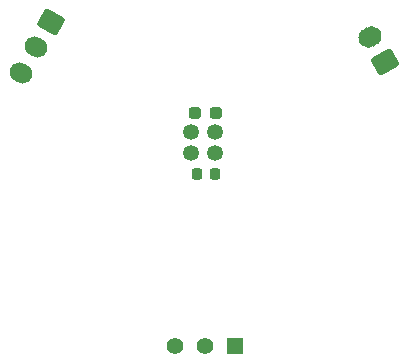
<source format=gbr>
%TF.GenerationSoftware,KiCad,Pcbnew,8.0.2-1*%
%TF.CreationDate,2024-08-06T16:02:12-04:00*%
%TF.ProjectId,Untitled,556e7469-746c-4656-942e-6b696361645f,rev?*%
%TF.SameCoordinates,Original*%
%TF.FileFunction,Soldermask,Top*%
%TF.FilePolarity,Negative*%
%FSLAX46Y46*%
G04 Gerber Fmt 4.6, Leading zero omitted, Abs format (unit mm)*
G04 Created by KiCad (PCBNEW 8.0.2-1) date 2024-08-06 16:02:12*
%MOMM*%
%LPD*%
G01*
G04 APERTURE LIST*
G04 Aperture macros list*
%AMRoundRect*
0 Rectangle with rounded corners*
0 $1 Rounding radius*
0 $2 $3 $4 $5 $6 $7 $8 $9 X,Y pos of 4 corners*
0 Add a 4 corners polygon primitive as box body*
4,1,4,$2,$3,$4,$5,$6,$7,$8,$9,$2,$3,0*
0 Add four circle primitives for the rounded corners*
1,1,$1+$1,$2,$3*
1,1,$1+$1,$4,$5*
1,1,$1+$1,$6,$7*
1,1,$1+$1,$8,$9*
0 Add four rect primitives between the rounded corners*
20,1,$1+$1,$2,$3,$4,$5,0*
20,1,$1+$1,$4,$5,$6,$7,0*
20,1,$1+$1,$6,$7,$8,$9,0*
20,1,$1+$1,$8,$9,$2,$3,0*%
%AMHorizOval*
0 Thick line with rounded ends*
0 $1 width*
0 $2 $3 position (X,Y) of the first rounded end (center of the circle)*
0 $4 $5 position (X,Y) of the second rounded end (center of the circle)*
0 Add line between two ends*
20,1,$1,$2,$3,$4,$5,0*
0 Add two circle primitives to create the rounded ends*
1,1,$1,$2,$3*
1,1,$1,$4,$5*%
G04 Aperture macros list end*
%ADD10C,1.350000*%
%ADD11RoundRect,0.237500X-0.287500X-0.237500X0.287500X-0.237500X0.287500X0.237500X-0.287500X0.237500X0*%
%ADD12RoundRect,0.225000X-0.225000X-0.250000X0.225000X-0.250000X0.225000X0.250000X-0.225000X0.250000X0*%
%ADD13RoundRect,0.250000X-0.327868X0.882115X-0.927868X-0.157115X0.327868X-0.882115X0.927868X0.157115X0*%
%ADD14HorizOval,1.700000X-0.108253X0.062500X0.108253X-0.062500X0*%
%ADD15R,1.397000X1.397000*%
%ADD16C,1.397000*%
%ADD17RoundRect,0.250000X0.949519X-0.144615X0.349519X0.894615X-0.949519X0.144615X-0.349519X-0.894615X0*%
%ADD18HorizOval,1.700000X0.129904X0.075000X-0.129904X-0.075000X0*%
G04 APERTURE END LIST*
D10*
%TO.C,REF\u002A\u002A*%
X104492500Y-57160000D03*
X104492500Y-58860000D03*
D11*
X102865000Y-55490000D03*
X104615000Y-55490000D03*
D10*
X102467500Y-57160000D03*
D12*
X104515000Y-60660000D03*
D10*
X102467500Y-58860000D03*
D12*
X102965000Y-60660000D03*
%TD*%
D13*
%TO.C,REF\u002A\u002A*%
X90600000Y-47800000D03*
D14*
X89350000Y-49965064D03*
X88100000Y-52130127D03*
%TD*%
D15*
%TO.C,REF\u002A\u002A*%
X106187500Y-75250100D03*
D16*
X103647500Y-75250100D03*
X101107500Y-75250100D03*
%TD*%
D17*
%TO.C,REF\u002A\u002A*%
X118879664Y-51220032D03*
D18*
X117629664Y-49054968D03*
%TD*%
M02*

</source>
